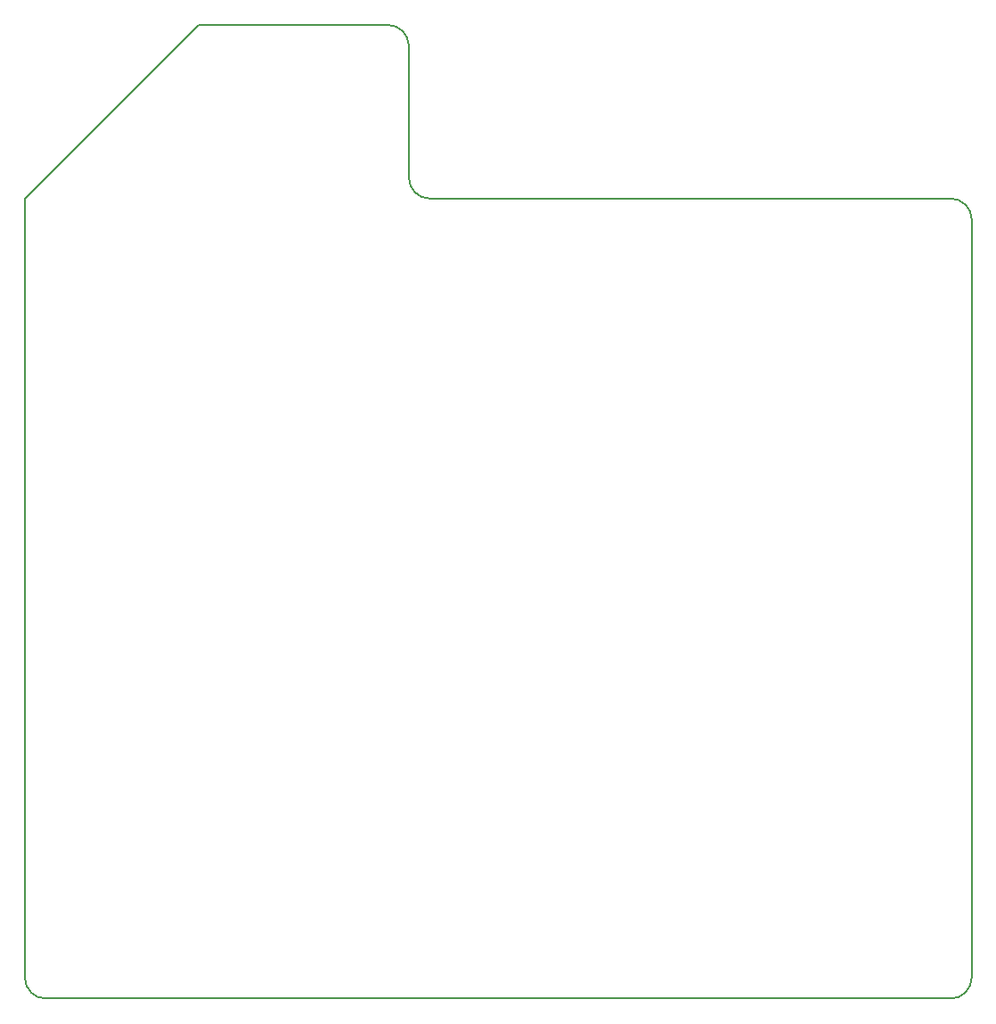
<source format=gbr>
%TF.GenerationSoftware,KiCad,Pcbnew,8.0.7*%
%TF.CreationDate,2025-04-05T22:12:11-04:00*%
%TF.ProjectId,power,706f7765-722e-46b6-9963-61645f706362,1.1*%
%TF.SameCoordinates,Original*%
%TF.FileFunction,Profile,NP*%
%FSLAX46Y46*%
G04 Gerber Fmt 4.6, Leading zero omitted, Abs format (unit mm)*
G04 Created by KiCad (PCBNEW 8.0.7) date 2025-04-05 22:12:11*
%MOMM*%
%LPD*%
G01*
G04 APERTURE LIST*
%TA.AperFunction,Profile*%
%ADD10C,0.200000*%
%TD*%
G04 APERTURE END LIST*
D10*
X94000000Y-146000000D02*
G75*
G02*
X92000000Y-144000000I0J2000000D01*
G01*
X182000000Y-72000000D02*
X182000000Y-144000000D01*
X128500000Y-68000000D02*
X128500000Y-55500000D01*
X126500000Y-53500000D02*
X108500000Y-53500000D01*
X182000000Y-144000000D02*
G75*
G02*
X180000000Y-146000000I-2000000J0D01*
G01*
X92000000Y-70000000D02*
X92000000Y-144000000D01*
X130500000Y-70000000D02*
G75*
G02*
X128500000Y-68000000I0J2000000D01*
G01*
X126500000Y-53500000D02*
G75*
G02*
X128500000Y-55500000I0J-2000000D01*
G01*
X94000000Y-146000000D02*
X180000000Y-146000000D01*
X180000000Y-70000000D02*
G75*
G02*
X182000000Y-72000000I0J-2000000D01*
G01*
X108500000Y-53500000D02*
X92000000Y-70000000D01*
X130500000Y-70000000D02*
X180000000Y-70000000D01*
M02*

</source>
